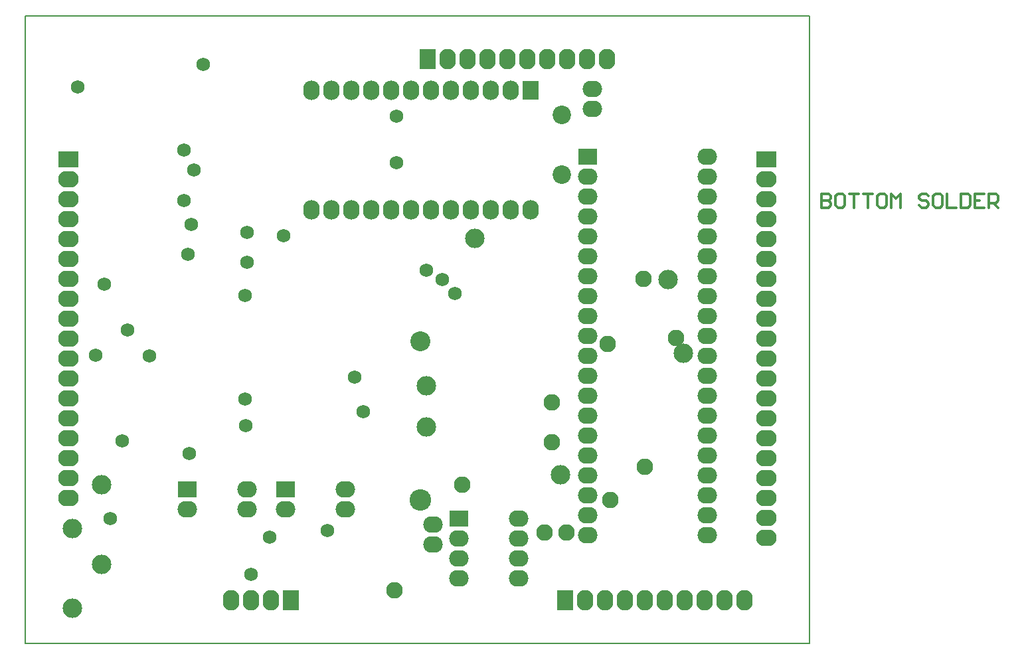
<source format=gbs>
%FSLAX25Y25*%
%MOIN*%
G70*
G01*
G75*
G04 Layer_Color=16711935*
%ADD10C,0.04000*%
%ADD11C,0.01800*%
%ADD12C,0.02400*%
%ADD13C,0.03000*%
%ADD14C,0.02200*%
%ADD15C,0.02000*%
%ADD16C,0.04400*%
%ADD17C,0.01600*%
%ADD18R,0.05906X0.06693*%
%ADD19R,0.10236X0.06693*%
%ADD20R,0.02362X0.06299*%
%ADD21R,0.06693X0.06693*%
%ADD22R,0.06693X0.05906*%
%ADD23O,0.09843X0.02756*%
%ADD24C,0.00800*%
%ADD25C,0.01200*%
%ADD26C,0.01400*%
%ADD27R,0.07500X0.09500*%
%ADD28O,0.07500X0.09500*%
%ADD29C,0.07500*%
%ADD30O,0.07500X0.09000*%
%ADD31R,0.07500X0.09000*%
%ADD32C,0.08500*%
%ADD33C,0.09000*%
%ADD34R,0.09500X0.07500*%
%ADD35O,0.09500X0.07500*%
%ADD36O,0.09000X0.07500*%
%ADD37R,0.09000X0.07500*%
%ADD38C,0.10000*%
%ADD39C,0.06000*%
%ADD40C,0.00787*%
%ADD41C,0.00984*%
%ADD42C,0.01000*%
%ADD43C,0.02362*%
%ADD44C,0.03937*%
%ADD45C,0.01500*%
%ADD46R,0.06000X0.05000*%
%ADD47R,0.07874X0.03937*%
%ADD48R,0.03445X0.12303*%
%ADD49R,0.03445X0.12303*%
%ADD50R,0.30610X0.06890*%
G04:AMPARAMS|DCode=51|XSize=18.01mil|YSize=15.74mil|CornerRadius=0mil|HoleSize=0mil|Usage=FLASHONLY|Rotation=217.000|XOffset=0mil|YOffset=0mil|HoleType=Round|Shape=Rectangle|*
%AMROTATEDRECTD51*
4,1,4,0.00246,0.01170,0.01193,-0.00087,-0.00246,-0.01170,-0.01193,0.00087,0.00246,0.01170,0.0*
%
%ADD51ROTATEDRECTD51*%

G04:AMPARAMS|DCode=52|XSize=18.01mil|YSize=15.74mil|CornerRadius=0mil|HoleSize=0mil|Usage=FLASHONLY|Rotation=143.000|XOffset=0mil|YOffset=0mil|HoleType=Round|Shape=Rectangle|*
%AMROTATEDRECTD52*
4,1,4,0.01193,0.00087,0.00246,-0.01170,-0.01193,-0.00087,-0.00246,0.01170,0.01193,0.00087,0.0*
%
%ADD52ROTATEDRECTD52*%

%ADD53R,0.06706X0.07493*%
%ADD54R,0.11036X0.07493*%
%ADD55R,0.03162X0.07099*%
%ADD56R,0.07493X0.07493*%
%ADD57R,0.07493X0.06706*%
%ADD58O,0.10642X0.03556*%
%ADD59R,0.08300X0.10300*%
%ADD60O,0.08300X0.10300*%
%ADD61C,0.08300*%
%ADD62O,0.08300X0.09800*%
%ADD63R,0.08300X0.09800*%
%ADD64C,0.09300*%
%ADD65C,0.09800*%
%ADD66R,0.10300X0.08300*%
%ADD67O,0.10300X0.08300*%
%ADD68O,0.09800X0.08300*%
%ADD69R,0.09800X0.08300*%
%ADD70C,0.10800*%
%ADD71C,0.06800*%
D24*
X393701Y393701D02*
Y708661D01*
X787402D01*
Y393701D02*
Y708661D01*
X393701Y393701D02*
X787402D01*
D25*
X793535Y619500D02*
Y612502D01*
X797034D01*
X798200Y613669D01*
Y614835D01*
X797034Y616001D01*
X793535D01*
X797034D01*
X798200Y617168D01*
Y618334D01*
X797034Y619500D01*
X793535D01*
X804031D02*
X801699D01*
X800532Y618334D01*
Y613669D01*
X801699Y612502D01*
X804031D01*
X805198Y613669D01*
Y618334D01*
X804031Y619500D01*
X807530D02*
X812195D01*
X809863D01*
Y612502D01*
X814528Y619500D02*
X819193D01*
X816860D01*
Y612502D01*
X825025Y619500D02*
X822692D01*
X821526Y618334D01*
Y613669D01*
X822692Y612502D01*
X825025D01*
X826191Y613669D01*
Y618334D01*
X825025Y619500D01*
X828523Y612502D02*
Y619500D01*
X830856Y617168D01*
X833189Y619500D01*
Y612502D01*
X847184Y618334D02*
X846018Y619500D01*
X843685D01*
X842519Y618334D01*
Y617168D01*
X843685Y616001D01*
X846018D01*
X847184Y614835D01*
Y613669D01*
X846018Y612502D01*
X843685D01*
X842519Y613669D01*
X853015Y619500D02*
X850683D01*
X849517Y618334D01*
Y613669D01*
X850683Y612502D01*
X853015D01*
X854182Y613669D01*
Y618334D01*
X853015Y619500D01*
X856514D02*
Y612502D01*
X861180D01*
X863512Y619500D02*
Y612502D01*
X867011D01*
X868177Y613669D01*
Y618334D01*
X867011Y619500D01*
X863512D01*
X875175D02*
X870510D01*
Y612502D01*
X875175D01*
X870510Y616001D02*
X872842D01*
X877507Y612502D02*
Y619500D01*
X881006D01*
X882173Y618334D01*
Y616001D01*
X881006Y614835D01*
X877507D01*
X879840D02*
X882173Y612502D01*
D38*
X591900Y545499D02*
D03*
D59*
X664724Y415354D02*
D03*
X527165D02*
D03*
X595591Y687008D02*
D03*
D60*
X674724Y415354D02*
D03*
X694724D02*
D03*
X704724D02*
D03*
X714724D02*
D03*
X724724D02*
D03*
X734724D02*
D03*
X744724D02*
D03*
X754724D02*
D03*
X684724D02*
D03*
X517165D02*
D03*
X507165D02*
D03*
X497165D02*
D03*
X605591Y687008D02*
D03*
X625591D02*
D03*
X635591D02*
D03*
X645591D02*
D03*
X655591D02*
D03*
X665591D02*
D03*
X675591D02*
D03*
X685591D02*
D03*
X615591D02*
D03*
D61*
X654500Y449500D02*
D03*
X658100Y494600D02*
D03*
Y514600D02*
D03*
X613000Y473500D02*
D03*
X665500Y449500D02*
D03*
X703900Y576600D02*
D03*
X720300Y547200D02*
D03*
X704724Y482424D02*
D03*
X686000Y544200D02*
D03*
X687400Y465800D02*
D03*
X579000Y420500D02*
D03*
D62*
X537500Y611500D02*
D03*
X547500D02*
D03*
X557500D02*
D03*
X567500D02*
D03*
X577500D02*
D03*
X587500D02*
D03*
X597500D02*
D03*
X607500D02*
D03*
X617500D02*
D03*
X627500D02*
D03*
X637500D02*
D03*
X647500D02*
D03*
X537500Y671500D02*
D03*
X547500D02*
D03*
X557500D02*
D03*
X567500D02*
D03*
X577500D02*
D03*
X587500D02*
D03*
X597500D02*
D03*
X607500D02*
D03*
X617500D02*
D03*
X627500D02*
D03*
X637500D02*
D03*
D63*
X647500D02*
D03*
D64*
X663000Y659000D02*
D03*
Y629000D02*
D03*
D65*
X432000Y433500D02*
D03*
Y473500D02*
D03*
X417500Y411500D02*
D03*
Y451500D02*
D03*
X595000Y502500D02*
D03*
Y523000D02*
D03*
X662500Y478500D02*
D03*
X619500Y597000D02*
D03*
X716500Y576500D02*
D03*
X724000Y539500D02*
D03*
D66*
X415354Y636614D02*
D03*
X765748D02*
D03*
D67*
X415354Y626614D02*
D03*
Y616614D02*
D03*
Y606614D02*
D03*
Y596614D02*
D03*
Y586614D02*
D03*
Y576614D02*
D03*
Y566614D02*
D03*
Y556614D02*
D03*
Y546614D02*
D03*
Y536614D02*
D03*
Y526614D02*
D03*
Y516614D02*
D03*
Y506614D02*
D03*
Y496614D02*
D03*
Y486614D02*
D03*
Y476614D02*
D03*
Y466614D02*
D03*
X765748Y446614D02*
D03*
Y456614D02*
D03*
Y466614D02*
D03*
Y476614D02*
D03*
Y486614D02*
D03*
Y496614D02*
D03*
Y506614D02*
D03*
Y516614D02*
D03*
Y526614D02*
D03*
Y536614D02*
D03*
Y546614D02*
D03*
Y556614D02*
D03*
Y566614D02*
D03*
Y576614D02*
D03*
Y586614D02*
D03*
Y596614D02*
D03*
Y606614D02*
D03*
Y616614D02*
D03*
Y626614D02*
D03*
D68*
X736000Y448000D02*
D03*
Y458000D02*
D03*
Y468000D02*
D03*
Y478000D02*
D03*
Y488000D02*
D03*
Y498000D02*
D03*
Y508000D02*
D03*
Y518000D02*
D03*
Y528000D02*
D03*
Y538000D02*
D03*
Y548000D02*
D03*
Y558000D02*
D03*
Y568000D02*
D03*
Y578000D02*
D03*
Y588000D02*
D03*
Y598000D02*
D03*
Y608000D02*
D03*
Y618000D02*
D03*
Y628000D02*
D03*
Y638000D02*
D03*
X676000Y448000D02*
D03*
Y458000D02*
D03*
Y468000D02*
D03*
Y478000D02*
D03*
Y488000D02*
D03*
Y498000D02*
D03*
Y508000D02*
D03*
Y518000D02*
D03*
Y528000D02*
D03*
Y538000D02*
D03*
Y548000D02*
D03*
Y558000D02*
D03*
Y568000D02*
D03*
Y578000D02*
D03*
Y588000D02*
D03*
Y598000D02*
D03*
Y608000D02*
D03*
Y618000D02*
D03*
Y628000D02*
D03*
X598500Y443500D02*
D03*
Y453500D02*
D03*
X475000Y461000D02*
D03*
X505000Y471000D02*
D03*
Y461000D02*
D03*
X554500D02*
D03*
Y471000D02*
D03*
X524500Y461000D02*
D03*
X641500Y426500D02*
D03*
Y436500D02*
D03*
Y446500D02*
D03*
Y456500D02*
D03*
X611500Y426500D02*
D03*
Y436500D02*
D03*
Y446500D02*
D03*
X678500Y672000D02*
D03*
Y662000D02*
D03*
D69*
X676000Y638000D02*
D03*
X475000Y471000D02*
D03*
X524500D02*
D03*
X611500Y456500D02*
D03*
D70*
X591900Y465873D02*
D03*
D71*
X442500Y495500D02*
D03*
X559000Y527500D02*
D03*
X595000Y581000D02*
D03*
X476000Y489000D02*
D03*
X603000Y576500D02*
D03*
X580000Y635000D02*
D03*
Y658500D02*
D03*
X563500Y510000D02*
D03*
X609500Y569500D02*
D03*
X545500Y450500D02*
D03*
X445000Y551000D02*
D03*
X429000Y538500D02*
D03*
X504000Y516500D02*
D03*
Y568500D02*
D03*
X420000Y673000D02*
D03*
X483000Y684500D02*
D03*
X507000Y428500D02*
D03*
X504500Y503000D02*
D03*
X475500Y589000D02*
D03*
X523500Y598500D02*
D03*
X473500Y641500D02*
D03*
Y616000D02*
D03*
X478422Y631500D02*
D03*
X477004Y604000D02*
D03*
X516500Y447000D02*
D03*
X436500Y456500D02*
D03*
X505000Y585000D02*
D03*
Y600000D02*
D03*
X433500Y574000D02*
D03*
X456000Y538000D02*
D03*
M02*

</source>
